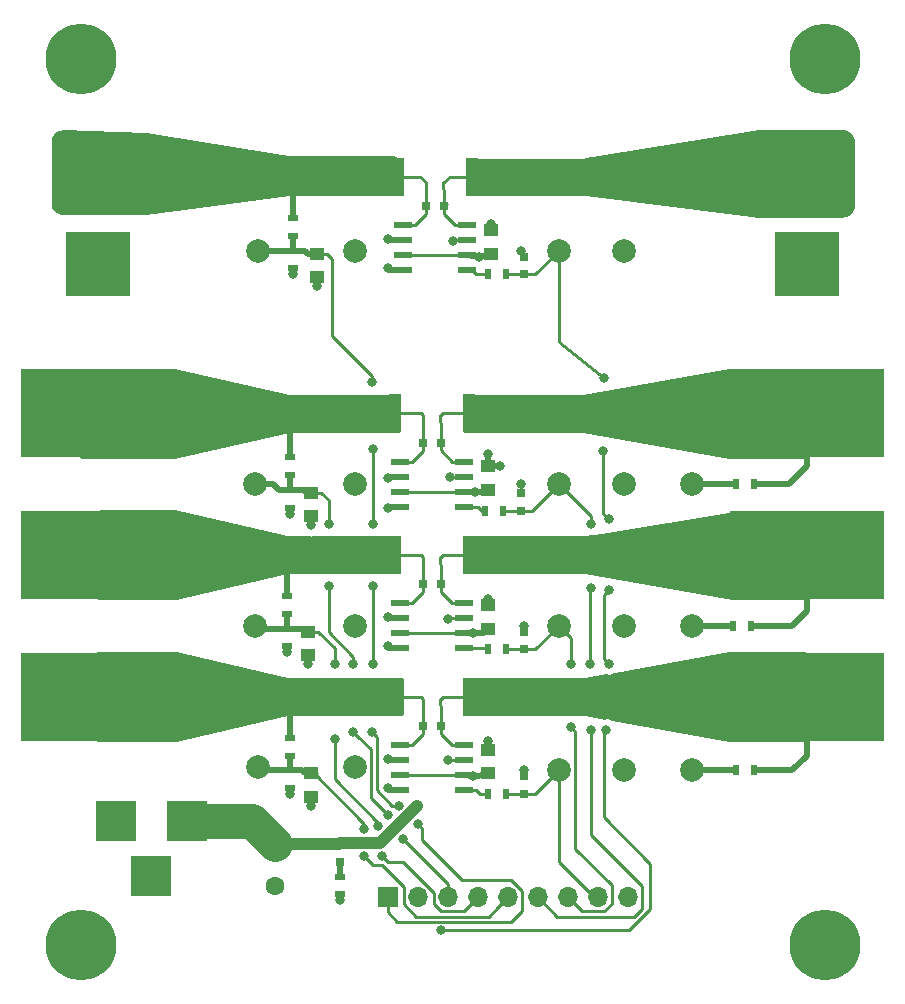
<source format=gtl>
G04 #@! TF.GenerationSoftware,KiCad,Pcbnew,(5.1.5)-3*
G04 #@! TF.CreationDate,2020-01-25T00:11:38-03:30*
G04 #@! TF.ProjectId,Power Sense PCB,506f7765-7220-4536-956e-736520504342,rev?*
G04 #@! TF.SameCoordinates,Original*
G04 #@! TF.FileFunction,Copper,L1,Top*
G04 #@! TF.FilePolarity,Positive*
%FSLAX46Y46*%
G04 Gerber Fmt 4.6, Leading zero omitted, Abs format (unit mm)*
G04 Created by KiCad (PCBNEW (5.1.5)-3) date 2020-01-25 00:11:38*
%MOMM*%
%LPD*%
G04 APERTURE LIST*
%ADD10C,0.100000*%
%ADD11C,0.250000*%
%ADD12R,1.250000X1.000000*%
%ADD13R,0.800000X0.750000*%
%ADD14R,0.750000X0.800000*%
%ADD15C,6.000000*%
%ADD16C,0.800000*%
%ADD17R,3.500000X3.500000*%
%ADD18C,5.516000*%
%ADD19R,5.516000X5.516000*%
%ADD20R,13.000000X7.500000*%
%ADD21R,0.900000X0.500000*%
%ADD22R,1.000000X3.200000*%
%ADD23R,0.500000X0.900000*%
%ADD24C,2.000000*%
%ADD25C,1.600000*%
%ADD26R,1.600000X1.600000*%
%ADD27R,0.800000X0.800000*%
%ADD28O,1.700000X1.700000*%
%ADD29R,1.700000X1.700000*%
%ADD30R,1.550000X0.600000*%
%ADD31C,0.500000*%
%ADD32C,0.250000*%
%ADD33C,3.000000*%
%ADD34C,1.000000*%
%ADD35C,0.254000*%
G04 APERTURE END LIST*
D10*
G36*
X89875000Y-56425000D02*
G01*
X89875000Y-57075000D01*
X89625000Y-57075000D01*
X89625000Y-56425000D01*
X89875000Y-56425000D01*
G37*
G36*
X91375000Y-56425000D02*
G01*
X91375000Y-57075000D01*
X91125000Y-57075000D01*
X91125000Y-56425000D01*
X91375000Y-56425000D01*
G37*
G36*
X89625000Y-76175000D02*
G01*
X89625000Y-76825000D01*
X89375000Y-76825000D01*
X89375000Y-76175000D01*
X89625000Y-76175000D01*
G37*
G36*
X91125000Y-76175000D02*
G01*
X91125000Y-76825000D01*
X90875000Y-76825000D01*
X90875000Y-76175000D01*
X91125000Y-76175000D01*
G37*
G36*
X89625000Y-88175000D02*
G01*
X89625000Y-88825000D01*
X89375000Y-88825000D01*
X89375000Y-88175000D01*
X89625000Y-88175000D01*
G37*
G36*
X91125000Y-88175000D02*
G01*
X91125000Y-88825000D01*
X90875000Y-88825000D01*
X90875000Y-88175000D01*
X91125000Y-88175000D01*
G37*
G36*
X89625000Y-100175000D02*
G01*
X89625000Y-100825000D01*
X89375000Y-100825000D01*
X89375000Y-100175000D01*
X89625000Y-100175000D01*
G37*
G36*
X91125000Y-100175000D02*
G01*
X91125000Y-100825000D01*
X90875000Y-100825000D01*
X90875000Y-100175000D01*
X91125000Y-100175000D01*
G37*
D11*
X89750000Y-57075000D03*
X89750000Y-56425000D03*
X91250000Y-57075000D03*
X91250000Y-56425000D03*
X89500000Y-76825000D03*
X89500000Y-76175000D03*
X91000000Y-76825000D03*
X91000000Y-76175000D03*
X89500000Y-88825000D03*
X89500000Y-88175000D03*
X91000000Y-88825000D03*
X91000000Y-88175000D03*
X89500000Y-100825000D03*
X89500000Y-100175000D03*
X91000000Y-100825000D03*
X91000000Y-100175000D03*
D12*
X80500000Y-62500000D03*
X80500000Y-64500000D03*
X80000000Y-84750000D03*
X80000000Y-82750000D03*
D13*
X91250000Y-58500000D03*
X89750000Y-58500000D03*
X89500000Y-78500000D03*
X91000000Y-78500000D03*
D14*
X98000000Y-64250000D03*
X98000000Y-62750000D03*
X97750000Y-82750000D03*
X97750000Y-84250000D03*
D12*
X95250000Y-60500000D03*
X95250000Y-62500000D03*
D13*
X89500000Y-90500000D03*
X91000000Y-90500000D03*
D14*
X98000000Y-94500000D03*
X98000000Y-96000000D03*
D12*
X95000000Y-80500000D03*
X95000000Y-82500000D03*
D13*
X91000000Y-102500000D03*
X89500000Y-102500000D03*
D14*
X98000000Y-108250000D03*
X98000000Y-106750000D03*
D12*
X95000000Y-94250000D03*
X95000000Y-92250000D03*
X95000000Y-104500000D03*
X95000000Y-106500000D03*
X79750000Y-94500000D03*
X79750000Y-96500000D03*
X80000000Y-106500000D03*
X80000000Y-108500000D03*
D15*
X60500000Y-121000000D03*
D16*
X62750000Y-121000000D03*
X62090990Y-122590990D03*
X60500000Y-123250000D03*
X58909010Y-122590990D03*
X58250000Y-121000000D03*
X58909010Y-119409010D03*
X60500000Y-118750000D03*
X62090990Y-119409010D03*
X125090990Y-44409010D03*
X123500000Y-43750000D03*
X121909010Y-44409010D03*
X121250000Y-46000000D03*
X121909010Y-47590990D03*
X123500000Y-48250000D03*
X125090990Y-47590990D03*
X125750000Y-46000000D03*
D15*
X123500000Y-46000000D03*
D16*
X62090990Y-44409010D03*
X60500000Y-43750000D03*
X58909010Y-44409010D03*
X58250000Y-46000000D03*
X58909010Y-47590990D03*
X60500000Y-48250000D03*
X62090990Y-47590990D03*
X62750000Y-46000000D03*
D15*
X60500000Y-46000000D03*
X123500000Y-121000000D03*
D16*
X125750000Y-121000000D03*
X125090990Y-122590990D03*
X123500000Y-123250000D03*
X121909010Y-122590990D03*
X121250000Y-121000000D03*
X121909010Y-119409010D03*
X123500000Y-118750000D03*
X125090990Y-119409010D03*
D17*
X66500000Y-115200000D03*
X63500000Y-110500000D03*
X69500000Y-110500000D03*
D18*
X62000000Y-56150000D03*
D19*
X62000000Y-63350000D03*
X122000000Y-63350000D03*
D18*
X122000000Y-56150000D03*
D20*
X62000000Y-76000000D03*
X122000000Y-76000000D03*
X62000000Y-88000000D03*
X122000000Y-88000000D03*
X62000000Y-100000000D03*
X122000000Y-100000000D03*
D21*
X78500000Y-63750000D03*
X78500000Y-62250000D03*
X78250000Y-82500000D03*
X78250000Y-84000000D03*
D22*
X93600000Y-56000000D03*
X87400000Y-56000000D03*
X87150000Y-76000000D03*
X93350000Y-76000000D03*
D23*
X95000000Y-64250000D03*
X96500000Y-64250000D03*
X96250000Y-84250000D03*
X94750000Y-84250000D03*
D21*
X78250000Y-79750000D03*
X78250000Y-81250000D03*
D23*
X117500000Y-82000000D03*
X116000000Y-82000000D03*
X115750000Y-94000000D03*
X117250000Y-94000000D03*
D22*
X93350000Y-88000000D03*
X87150000Y-88000000D03*
D23*
X117500000Y-106250000D03*
X116000000Y-106250000D03*
X95000000Y-96000000D03*
X96500000Y-96000000D03*
D21*
X78000000Y-95750000D03*
X78000000Y-94250000D03*
D22*
X87150000Y-100000000D03*
X93350000Y-100000000D03*
D23*
X95000000Y-108250000D03*
X96500000Y-108250000D03*
D21*
X78000000Y-91500000D03*
X78000000Y-93000000D03*
X78250000Y-106250000D03*
X78250000Y-107750000D03*
X78250000Y-103500000D03*
X78250000Y-105000000D03*
X78500000Y-61000000D03*
X78500000Y-59500000D03*
D24*
X75500000Y-62250000D03*
X83750000Y-62250000D03*
X75250000Y-82000000D03*
X83750000Y-82000000D03*
X101000000Y-62250000D03*
X101000000Y-82000000D03*
X75500000Y-56000000D03*
X106500000Y-62250000D03*
X75250000Y-94000000D03*
X106500000Y-82000000D03*
X112250000Y-82000000D03*
X112250000Y-106250000D03*
X112250000Y-94000000D03*
X101000000Y-94000000D03*
X83750000Y-94000000D03*
X75500000Y-106000000D03*
X106500000Y-94000000D03*
X101000000Y-106250000D03*
X83750000Y-106000000D03*
X112250000Y-76000000D03*
X112250000Y-88000000D03*
X112250000Y-100000000D03*
X106500000Y-106250000D03*
D25*
X77000000Y-116000000D03*
D26*
X77000000Y-112500000D03*
D27*
X82500000Y-114000000D03*
X82500000Y-112400000D03*
D21*
X82500000Y-116750000D03*
X82500000Y-115250000D03*
D28*
X106820000Y-117000000D03*
X104280000Y-117000000D03*
X101740000Y-117000000D03*
X99200000Y-117000000D03*
X96660000Y-117000000D03*
X94120000Y-117000000D03*
X91580000Y-117000000D03*
X89040000Y-117000000D03*
D29*
X86500000Y-117000000D03*
D30*
X93200000Y-60095000D03*
X93200000Y-61365000D03*
X93200000Y-62635000D03*
X93200000Y-63905000D03*
X87800000Y-63905000D03*
X87800000Y-62635000D03*
X87800000Y-61365000D03*
X87800000Y-60095000D03*
X87550000Y-80095000D03*
X87550000Y-81365000D03*
X87550000Y-82635000D03*
X87550000Y-83905000D03*
X92950000Y-83905000D03*
X92950000Y-82635000D03*
X92950000Y-81365000D03*
X92950000Y-80095000D03*
X87550000Y-92095000D03*
X87550000Y-93365000D03*
X87550000Y-94635000D03*
X87550000Y-95905000D03*
X92950000Y-95905000D03*
X92950000Y-94635000D03*
X92950000Y-93365000D03*
X92950000Y-92095000D03*
X92950000Y-104095000D03*
X92950000Y-105365000D03*
X92950000Y-106635000D03*
X92950000Y-107905000D03*
X87550000Y-107905000D03*
X87550000Y-106635000D03*
X87550000Y-105365000D03*
X87550000Y-104095000D03*
D16*
X87472182Y-109222182D03*
X89027818Y-110777818D03*
X85250004Y-85400000D03*
X85250000Y-90600000D03*
X85250006Y-79000000D03*
X85200000Y-73400000D03*
X85250000Y-97200000D03*
X85199996Y-103000000D03*
X97750000Y-82000000D03*
X96000000Y-80500000D03*
X95000000Y-79500000D03*
X86500000Y-81500000D03*
X86500000Y-84000000D03*
X78250000Y-84500000D03*
X80000000Y-85500000D03*
X95250000Y-60000000D03*
X86500000Y-61250000D03*
X86500000Y-63750000D03*
X97750000Y-62250000D03*
X78500000Y-64250000D03*
X80500000Y-65250000D03*
X86500000Y-105250000D03*
X86500000Y-107750000D03*
X95000000Y-103750000D03*
X98000000Y-94000000D03*
X86500000Y-93250000D03*
X86500000Y-95750000D03*
X95000000Y-91750000D03*
X98000000Y-106250000D03*
X78250000Y-108250000D03*
X80000000Y-109250000D03*
X82500000Y-117250000D03*
X78000000Y-96250000D03*
X79750000Y-97250000D03*
X92000000Y-61400000D03*
X91800000Y-81400000D03*
X91600000Y-93400000D03*
X91600000Y-105400000D03*
X86500000Y-110000000D03*
X87777818Y-112027818D03*
X81500000Y-85400000D03*
X81500000Y-90600000D03*
X83600000Y-103000000D03*
X83599994Y-97200000D03*
X91000000Y-119800021D03*
X104800000Y-73000000D03*
X104750000Y-79200000D03*
X105200000Y-85000000D03*
X105200000Y-91000000D03*
X105000000Y-102800000D03*
X105200000Y-97200000D03*
X103750000Y-85400000D03*
X103750000Y-90800000D03*
X103750000Y-102800000D03*
X103600000Y-97200000D03*
X89000000Y-109250000D03*
X93750000Y-106750000D03*
X93750000Y-94635000D03*
X93885000Y-82635000D03*
X94250000Y-62750000D03*
X102000000Y-102600000D03*
X102000000Y-97200000D03*
X86000000Y-113500000D03*
X82000000Y-103600000D03*
X85701761Y-110992603D03*
X82000000Y-97200000D03*
X84500000Y-111250000D03*
X84500000Y-113500000D03*
D31*
X78500000Y-61000000D02*
X78500000Y-62250000D01*
X80500000Y-62500000D02*
X79750000Y-62500000D01*
X79500000Y-62250000D02*
X78500000Y-62250000D01*
X79750000Y-62500000D02*
X79500000Y-62250000D01*
X78500000Y-62250000D02*
X75500000Y-62250000D01*
D32*
X89027818Y-110777818D02*
X89427817Y-111177817D01*
X89427817Y-111177817D02*
X89427817Y-112177817D01*
X89427817Y-112177817D02*
X92750000Y-115500000D01*
X97835001Y-116435999D02*
X97835001Y-118164999D01*
X92750000Y-115500000D02*
X96899002Y-115500000D01*
X96899002Y-115500000D02*
X97835001Y-116435999D01*
X96924979Y-119075021D02*
X87325021Y-119075021D01*
X97835001Y-118164999D02*
X96924979Y-119075021D01*
X86500000Y-118250000D02*
X86500000Y-117000000D01*
X87325021Y-119075021D02*
X86500000Y-118250000D01*
X85250004Y-85400000D02*
X85250004Y-79000002D01*
X85250004Y-79000002D02*
X85250006Y-79000000D01*
X85200000Y-72834315D02*
X85200000Y-73400000D01*
X81800000Y-69434315D02*
X85200000Y-72834315D01*
X81800000Y-62925000D02*
X81800000Y-69434315D01*
X80500000Y-62500000D02*
X81375000Y-62500000D01*
X81375000Y-62500000D02*
X81800000Y-62925000D01*
X85250000Y-90600000D02*
X85250000Y-97200000D01*
X85599995Y-107922997D02*
X85599995Y-103399999D01*
X85599995Y-103399999D02*
X85199996Y-103000000D01*
X87472182Y-109222182D02*
X86899180Y-109222182D01*
X86899180Y-109222182D02*
X85599995Y-107922997D01*
X97750000Y-82750000D02*
X97750000Y-82000000D01*
D31*
X95000000Y-80500000D02*
X96000000Y-80500000D01*
X95000000Y-80500000D02*
X95000000Y-79500000D01*
D32*
X87550000Y-81365000D02*
X86635000Y-81365000D01*
X86635000Y-81365000D02*
X86500000Y-81500000D01*
X87550000Y-83905000D02*
X86595000Y-83905000D01*
X86595000Y-83905000D02*
X86500000Y-84000000D01*
D31*
X78250000Y-84000000D02*
X78250000Y-84500000D01*
X80000000Y-84750000D02*
X80000000Y-85500000D01*
X95250000Y-60500000D02*
X95250000Y-60000000D01*
X87800000Y-61365000D02*
X86615000Y-61365000D01*
X86615000Y-61365000D02*
X86500000Y-61250000D01*
X87800000Y-63905000D02*
X86655000Y-63905000D01*
X86655000Y-63905000D02*
X86500000Y-63750000D01*
D32*
X98000000Y-62750000D02*
X98000000Y-62500000D01*
X98000000Y-62500000D02*
X97750000Y-62250000D01*
D31*
X78500000Y-63750000D02*
X78500000Y-64250000D01*
X80500000Y-64500000D02*
X80500000Y-65250000D01*
X87550000Y-105365000D02*
X86615000Y-105365000D01*
X86615000Y-105365000D02*
X86500000Y-105250000D01*
X87550000Y-107905000D02*
X86655000Y-107905000D01*
X86655000Y-107905000D02*
X86500000Y-107750000D01*
X95000000Y-104500000D02*
X95000000Y-103750000D01*
D32*
X98000000Y-94500000D02*
X98000000Y-94000000D01*
D31*
X87550000Y-93365000D02*
X86615000Y-93365000D01*
X86615000Y-93365000D02*
X86500000Y-93250000D01*
X87550000Y-95905000D02*
X86655000Y-95905000D01*
X86655000Y-95905000D02*
X86500000Y-95750000D01*
X95000000Y-92250000D02*
X95000000Y-91750000D01*
D32*
X98000000Y-106750000D02*
X98000000Y-106250000D01*
D31*
X78250000Y-107750000D02*
X78250000Y-108250000D01*
X80000000Y-108500000D02*
X80000000Y-109250000D01*
X82500000Y-116750000D02*
X82500000Y-117250000D01*
X78000000Y-95750000D02*
X78000000Y-96250000D01*
X79750000Y-96500000D02*
X79750000Y-97250000D01*
D32*
X93200000Y-61365000D02*
X92035000Y-61365000D01*
X92035000Y-61365000D02*
X92000000Y-61400000D01*
X92950000Y-81365000D02*
X91835000Y-81365000D01*
X91835000Y-81365000D02*
X91800000Y-81400000D01*
X92950000Y-93365000D02*
X91635000Y-93365000D01*
X91635000Y-93365000D02*
X91600000Y-93400000D01*
X92950000Y-105365000D02*
X91635000Y-105365000D01*
X91635000Y-105365000D02*
X91600000Y-105400000D01*
D31*
X78250000Y-81250000D02*
X78250000Y-82500000D01*
X79250000Y-82500000D02*
X78250000Y-82500000D01*
X80000000Y-82750000D02*
X79250000Y-82500000D01*
X77300000Y-82500000D02*
X76800000Y-82000000D01*
X78250000Y-82500000D02*
X77300000Y-82500000D01*
X76800000Y-82000000D02*
X75250000Y-82000000D01*
D32*
X87777818Y-112027818D02*
X88750000Y-113000000D01*
X91580000Y-115830000D02*
X87777818Y-112027818D01*
X91580000Y-117000000D02*
X91580000Y-115830000D01*
X81500000Y-83375000D02*
X81500000Y-84834315D01*
X81500000Y-84834315D02*
X81500000Y-85400000D01*
X80000000Y-82750000D02*
X80875000Y-82750000D01*
X80875000Y-82750000D02*
X81500000Y-83375000D01*
X86500000Y-110000000D02*
X85075001Y-108575001D01*
X85075001Y-108575001D02*
X85075001Y-104475001D01*
X85075001Y-104475001D02*
X83999999Y-103399999D01*
X83999999Y-103399999D02*
X83600000Y-103000000D01*
X83599994Y-96634315D02*
X83599994Y-97200000D01*
X81500000Y-94534321D02*
X83599994Y-96634315D01*
X81500000Y-90600000D02*
X81500000Y-94534321D01*
X91500000Y-58250000D02*
X91250000Y-58500000D01*
X91250000Y-57075000D02*
X91250000Y-58500000D01*
X92220000Y-60095000D02*
X93200000Y-60095000D01*
X91250000Y-59125000D02*
X92220000Y-60095000D01*
X91250000Y-58500000D02*
X91250000Y-59125000D01*
X89500000Y-58250000D02*
X89750000Y-58500000D01*
X88780000Y-60095000D02*
X87800000Y-60095000D01*
X89750000Y-59125000D02*
X88780000Y-60095000D01*
X89750000Y-58500000D02*
X89750000Y-59125000D01*
X89750000Y-58500000D02*
X89750000Y-57075000D01*
X89500000Y-78500000D02*
X89500000Y-76825000D01*
X89500000Y-79170000D02*
X89500000Y-79125000D01*
X88575000Y-80095000D02*
X89500000Y-79170000D01*
X89500000Y-79125000D02*
X89500000Y-78500000D01*
X87550000Y-80095000D02*
X88575000Y-80095000D01*
X91000000Y-78500000D02*
X91000000Y-76825000D01*
X91970000Y-80095000D02*
X92950000Y-80095000D01*
X91000000Y-79125000D02*
X91970000Y-80095000D01*
X91000000Y-78500000D02*
X91000000Y-79125000D01*
X96500000Y-64250000D02*
X98000000Y-64250000D01*
X99000000Y-64250000D02*
X101000000Y-62250000D01*
X98000000Y-64250000D02*
X99000000Y-64250000D01*
X101000000Y-70000000D02*
X101000000Y-62250000D01*
X104800000Y-73000000D02*
X101000000Y-70000000D01*
X104750000Y-79200000D02*
X104750000Y-84550000D01*
X104750000Y-84550000D02*
X105200000Y-85000000D01*
X104800000Y-103000000D02*
X105000000Y-102800000D01*
X108750000Y-114150000D02*
X104800000Y-110200000D01*
X106949979Y-119800021D02*
X108750000Y-118000000D01*
X108750000Y-118000000D02*
X108750000Y-114150000D01*
X91000000Y-119800021D02*
X106949979Y-119800021D01*
X104800000Y-110200000D02*
X104800000Y-103000000D01*
X105200000Y-91000000D02*
X104800001Y-91399999D01*
X104800001Y-91399999D02*
X104800001Y-96800001D01*
X104800001Y-96800001D02*
X105200000Y-97200000D01*
X96250000Y-84250000D02*
X97750000Y-84250000D01*
X98750000Y-84250000D02*
X101000000Y-82000000D01*
X97750000Y-84250000D02*
X98750000Y-84250000D01*
X103750000Y-84750000D02*
X101000000Y-82000000D01*
X103750000Y-85400000D02*
X103750000Y-84750000D01*
X107374989Y-118625011D02*
X107995001Y-118004999D01*
X100825011Y-118625011D02*
X107374989Y-118625011D01*
X103750000Y-111750000D02*
X103750000Y-103365685D01*
X107995001Y-115995001D02*
X103750000Y-111750000D01*
X107995001Y-118004999D02*
X107995001Y-115995001D01*
X103750000Y-103365685D02*
X103750000Y-102800000D01*
X99200000Y-117000000D02*
X100825011Y-118625011D01*
X103600000Y-90950000D02*
X103600000Y-97200000D01*
X103750000Y-90800000D02*
X103600000Y-90950000D01*
D31*
X94865000Y-82635000D02*
X95000000Y-82500000D01*
X95115000Y-62635000D02*
X95250000Y-62500000D01*
X94865000Y-106635000D02*
X95000000Y-106500000D01*
D33*
X75000000Y-110500000D02*
X77000000Y-112500000D01*
X69500000Y-110500000D02*
X75000000Y-110500000D01*
D34*
X82400000Y-112500000D02*
X82500000Y-112400000D01*
X77000000Y-112500000D02*
X82400000Y-112500000D01*
X82500000Y-112400000D02*
X85850000Y-112400000D01*
X85850000Y-112400000D02*
X89000000Y-109250000D01*
D31*
X92950000Y-106635000D02*
X93750000Y-106750000D01*
X93750000Y-106750000D02*
X94865000Y-106635000D01*
X93750000Y-94635000D02*
X94615000Y-94635000D01*
X94615000Y-94635000D02*
X95000000Y-94250000D01*
X92950000Y-82635000D02*
X93885000Y-82635000D01*
X93885000Y-82635000D02*
X94865000Y-82635000D01*
X93200000Y-62635000D02*
X94250000Y-62750000D01*
X94250000Y-62750000D02*
X95115000Y-62635000D01*
D32*
X92950000Y-94635000D02*
X93750000Y-94635000D01*
X93200000Y-62635000D02*
X87800000Y-62635000D01*
X91925000Y-82635000D02*
X87550000Y-82635000D01*
X92950000Y-82635000D02*
X91925000Y-82635000D01*
X88575000Y-94635000D02*
X92950000Y-94635000D01*
X87550000Y-94635000D02*
X88575000Y-94635000D01*
X88575000Y-106635000D02*
X92950000Y-106635000D01*
X87550000Y-106635000D02*
X88575000Y-106635000D01*
X89500000Y-88825000D02*
X89500000Y-90500000D01*
X88530000Y-92095000D02*
X87550000Y-92095000D01*
X89500000Y-91125000D02*
X88530000Y-92095000D01*
X89500000Y-90500000D02*
X89500000Y-91125000D01*
X91000000Y-90500000D02*
X91000000Y-88825000D01*
X91000000Y-91125000D02*
X91970000Y-92095000D01*
X91970000Y-92095000D02*
X92950000Y-92095000D01*
X91000000Y-90500000D02*
X91000000Y-91125000D01*
X96500000Y-96000000D02*
X98000000Y-96000000D01*
X99000000Y-96000000D02*
X101000000Y-94000000D01*
X98000000Y-96000000D02*
X99000000Y-96000000D01*
X105455001Y-117564001D02*
X105455001Y-115955001D01*
X102399999Y-112899999D02*
X102399999Y-102999999D01*
X101740000Y-117000000D02*
X102915001Y-118175001D01*
X105455001Y-115955001D02*
X102399999Y-112899999D01*
X104844001Y-118175001D02*
X105455001Y-117564001D01*
X102915001Y-118175001D02*
X104844001Y-118175001D01*
X102399999Y-102999999D02*
X102000000Y-102600000D01*
X102000000Y-95000000D02*
X102000000Y-97200000D01*
X101000000Y-94000000D02*
X102000000Y-95000000D01*
X91000000Y-102500000D02*
X91000000Y-100825000D01*
X91970000Y-104095000D02*
X92950000Y-104095000D01*
X91000000Y-103125000D02*
X91970000Y-104095000D01*
X91000000Y-102500000D02*
X91000000Y-103125000D01*
X89500000Y-100825000D02*
X89500000Y-102500000D01*
X88530000Y-104095000D02*
X87550000Y-104095000D01*
X89500000Y-103125000D02*
X88530000Y-104095000D01*
X89500000Y-102500000D02*
X89500000Y-103125000D01*
X96500000Y-108250000D02*
X98000000Y-108250000D01*
X99000000Y-108250000D02*
X101000000Y-106250000D01*
X98000000Y-108250000D02*
X99000000Y-108250000D01*
X104000000Y-117000000D02*
X104280000Y-117000000D01*
X101000000Y-106250000D02*
X101000000Y-114000000D01*
X101000000Y-114000000D02*
X104000000Y-117000000D01*
D31*
X78000000Y-93000000D02*
X78000000Y-94250000D01*
X75500000Y-94250000D02*
X75250000Y-94000000D01*
X78000000Y-94250000D02*
X75500000Y-94250000D01*
X79500000Y-94250000D02*
X79750000Y-94500000D01*
X78000000Y-94250000D02*
X79500000Y-94250000D01*
D32*
X86000000Y-113500000D02*
X86500000Y-114000000D01*
X92944999Y-118175001D02*
X93270001Y-117849999D01*
X91015999Y-118175001D02*
X92944999Y-118175001D01*
X90404999Y-117564001D02*
X91015999Y-118175001D01*
X93270001Y-117849999D02*
X94120000Y-117000000D01*
X90404999Y-116625997D02*
X90404999Y-117564001D01*
X87779002Y-114000000D02*
X90404999Y-116625997D01*
X86500000Y-114000000D02*
X87779002Y-114000000D01*
X79750000Y-94500000D02*
X80625000Y-94500000D01*
X80625000Y-94500000D02*
X82000000Y-95875000D01*
X82000000Y-95875000D02*
X82000000Y-97200000D01*
X85701761Y-110701761D02*
X85701761Y-110992603D01*
X82000000Y-103600000D02*
X82000000Y-107000000D01*
X82000000Y-107000000D02*
X85701761Y-110701761D01*
D31*
X78250000Y-105000000D02*
X78250000Y-106250000D01*
X75750000Y-106250000D02*
X75500000Y-106000000D01*
X78250000Y-106250000D02*
X75750000Y-106250000D01*
X80000000Y-106500000D02*
X79500000Y-106500000D01*
X79250000Y-106250000D02*
X78250000Y-106250000D01*
X79500000Y-106500000D02*
X79250000Y-106250000D01*
D32*
X84500000Y-113500000D02*
X85250000Y-114250000D01*
X80000000Y-106500000D02*
X80500000Y-106500000D01*
X80250000Y-106500000D02*
X80000000Y-106500000D01*
X84500000Y-111250000D02*
X84500000Y-110750000D01*
X84500000Y-110750000D02*
X80250000Y-106500000D01*
X95810001Y-117849999D02*
X96660000Y-117000000D01*
X88926009Y-118625011D02*
X95034989Y-118625011D01*
X95034989Y-118625011D02*
X95810001Y-117849999D01*
X87864999Y-117564001D02*
X88926009Y-118625011D01*
X86035002Y-114250000D02*
X87864999Y-116079997D01*
X87864999Y-116079997D02*
X87864999Y-117564001D01*
X85250000Y-114250000D02*
X86035002Y-114250000D01*
D33*
X62150000Y-56000000D02*
X62000000Y-56150000D01*
D32*
X89250000Y-56000000D02*
X87400000Y-56000000D01*
X89750000Y-56425000D02*
X89250000Y-56000000D01*
D31*
X78500000Y-59500000D02*
X78500000Y-56000000D01*
D32*
X91750000Y-56000000D02*
X93600000Y-56000000D01*
X91250000Y-56425000D02*
X91750000Y-56000000D01*
D31*
X78250000Y-79000000D02*
X78250000Y-76000000D01*
X78250000Y-79750000D02*
X78250000Y-79000000D01*
D32*
X89500000Y-76175000D02*
X89325000Y-76000000D01*
X89325000Y-76000000D02*
X87150000Y-76000000D01*
D31*
X117500000Y-82000000D02*
X120500000Y-82000000D01*
X122000000Y-80500000D02*
X122000000Y-76000000D01*
X120500000Y-82000000D02*
X122000000Y-80500000D01*
D32*
X91000000Y-76175000D02*
X91175000Y-76000000D01*
X91175000Y-76000000D02*
X93350000Y-76000000D01*
X89500000Y-88175000D02*
X89325000Y-88000000D01*
X89325000Y-88000000D02*
X87150000Y-88000000D01*
D31*
X78000000Y-91500000D02*
X78000000Y-88000000D01*
X117250000Y-94000000D02*
X120750000Y-94000000D01*
X122000000Y-92750000D02*
X122000000Y-88000000D01*
X120750000Y-94000000D02*
X122000000Y-92750000D01*
D32*
X91000000Y-88175000D02*
X91175000Y-88000000D01*
X91175000Y-88000000D02*
X93350000Y-88000000D01*
X89500000Y-100175000D02*
X89325000Y-100000000D01*
X89325000Y-100000000D02*
X87150000Y-100000000D01*
D31*
X78250000Y-103500000D02*
X78250000Y-100000000D01*
X117500000Y-106250000D02*
X120750000Y-106250000D01*
X122000000Y-105000000D02*
X122000000Y-100000000D01*
X120750000Y-106250000D02*
X122000000Y-105000000D01*
D32*
X91000000Y-100175000D02*
X91175000Y-100000000D01*
X91175000Y-100000000D02*
X93350000Y-100000000D01*
X93200000Y-63905000D02*
X93655000Y-63905000D01*
X94000000Y-64250000D02*
X95000000Y-64250000D01*
X93655000Y-63905000D02*
X94000000Y-64250000D01*
X94750000Y-84250000D02*
X94500000Y-84250000D01*
X94155000Y-83905000D02*
X92950000Y-83905000D01*
X94500000Y-84250000D02*
X94155000Y-83905000D01*
D31*
X112250000Y-82000000D02*
X116000000Y-82000000D01*
X112250000Y-94000000D02*
X115750000Y-94000000D01*
X112250000Y-106250000D02*
X116000000Y-106250000D01*
D32*
X94905000Y-95905000D02*
X95000000Y-96000000D01*
X92950000Y-95905000D02*
X94905000Y-95905000D01*
X94320000Y-108250000D02*
X95000000Y-108250000D01*
X92950000Y-107905000D02*
X93975000Y-107905000D01*
X93975000Y-107905000D02*
X94320000Y-108250000D01*
D31*
X82500000Y-114000000D02*
X82500000Y-115250000D01*
D35*
G36*
X77971631Y-86523791D02*
G01*
X78000000Y-86527000D01*
X79857842Y-86527000D01*
X79898061Y-86535000D01*
X80101939Y-86535000D01*
X80142158Y-86527000D01*
X87473000Y-86527000D01*
X87473000Y-89473000D01*
X78000000Y-89473000D01*
X77971059Y-89476342D01*
X68585338Y-91673000D01*
X61930386Y-91673000D01*
X62123702Y-84327000D01*
X68385634Y-84327000D01*
X77971631Y-86523791D01*
G37*
X77971631Y-86523791D02*
X78000000Y-86527000D01*
X79857842Y-86527000D01*
X79898061Y-86535000D01*
X80101939Y-86535000D01*
X80142158Y-86527000D01*
X87473000Y-86527000D01*
X87473000Y-89473000D01*
X78000000Y-89473000D01*
X77971059Y-89476342D01*
X68585338Y-91673000D01*
X61930386Y-91673000D01*
X62123702Y-84327000D01*
X68385634Y-84327000D01*
X77971631Y-86523791D01*
G36*
X78172182Y-74523916D02*
G01*
X78200000Y-74527000D01*
X87473000Y-74527000D01*
X87473000Y-77473000D01*
X78200000Y-77473000D01*
X78172182Y-77476084D01*
X68385920Y-79673000D01*
X60527000Y-79673000D01*
X60527000Y-72327000D01*
X68385920Y-72327000D01*
X78172182Y-74523916D01*
G37*
X78172182Y-74523916D02*
X78200000Y-74527000D01*
X87473000Y-74527000D01*
X87473000Y-77473000D01*
X78200000Y-77473000D01*
X78172182Y-77476084D01*
X68385920Y-79673000D01*
X60527000Y-79673000D01*
X60527000Y-72327000D01*
X68385920Y-72327000D01*
X78172182Y-74523916D01*
G36*
X121873000Y-79673000D02*
G01*
X115411178Y-79673000D01*
X103022186Y-77474953D01*
X103000000Y-77473000D01*
X92927000Y-77473000D01*
X92927000Y-74527000D01*
X103000000Y-74527000D01*
X103022186Y-74525047D01*
X115411178Y-72327000D01*
X121873000Y-72327000D01*
X121873000Y-79673000D01*
G37*
X121873000Y-79673000D02*
X115411178Y-79673000D01*
X103022186Y-77474953D01*
X103000000Y-77473000D01*
X92927000Y-77473000D01*
X92927000Y-74527000D01*
X103000000Y-74527000D01*
X103022186Y-74525047D01*
X115411178Y-72327000D01*
X121873000Y-72327000D01*
X121873000Y-79673000D01*
G36*
X121873000Y-91673000D02*
G01*
X115611178Y-91673000D01*
X103222186Y-89474953D01*
X103200000Y-89473000D01*
X92927000Y-89473000D01*
X92927000Y-86527000D01*
X103200000Y-86527000D01*
X103220545Y-86525327D01*
X103771540Y-86435000D01*
X103851939Y-86435000D01*
X104051898Y-86395226D01*
X104076616Y-86384987D01*
X115412246Y-84526687D01*
X121873000Y-84330907D01*
X121873000Y-91673000D01*
G37*
X121873000Y-91673000D02*
X115611178Y-91673000D01*
X103222186Y-89474953D01*
X103200000Y-89473000D01*
X92927000Y-89473000D01*
X92927000Y-86527000D01*
X103200000Y-86527000D01*
X103220545Y-86525327D01*
X103771540Y-86435000D01*
X103851939Y-86435000D01*
X104051898Y-86395226D01*
X104076616Y-86384987D01*
X115412246Y-84526687D01*
X121873000Y-84330907D01*
X121873000Y-91673000D01*
G36*
X121873000Y-103673000D02*
G01*
X115411358Y-103673000D01*
X105492621Y-101884375D01*
X105490256Y-101882795D01*
X105301898Y-101804774D01*
X105101939Y-101765000D01*
X104898061Y-101765000D01*
X104865998Y-101771378D01*
X103222538Y-101475016D01*
X103200000Y-101473000D01*
X92927000Y-101473000D01*
X92927000Y-98527000D01*
X103200000Y-98527000D01*
X103222538Y-98524984D01*
X104970898Y-98209706D01*
X105098061Y-98235000D01*
X105301939Y-98235000D01*
X105501898Y-98195226D01*
X105690256Y-98117205D01*
X105766549Y-98066228D01*
X115411358Y-96327000D01*
X121873000Y-96327000D01*
X121873000Y-103673000D01*
G37*
X121873000Y-103673000D02*
X115411358Y-103673000D01*
X105492621Y-101884375D01*
X105490256Y-101882795D01*
X105301898Y-101804774D01*
X105101939Y-101765000D01*
X104898061Y-101765000D01*
X104865998Y-101771378D01*
X103222538Y-101475016D01*
X103200000Y-101473000D01*
X92927000Y-101473000D01*
X92927000Y-98527000D01*
X103200000Y-98527000D01*
X103222538Y-98524984D01*
X104970898Y-98209706D01*
X105098061Y-98235000D01*
X105301939Y-98235000D01*
X105501898Y-98195226D01*
X105690256Y-98117205D01*
X105766549Y-98066228D01*
X115411358Y-96327000D01*
X121873000Y-96327000D01*
X121873000Y-103673000D01*
G36*
X77971059Y-98523658D02*
G01*
X78000000Y-98527000D01*
X87673000Y-98527000D01*
X87673000Y-101473000D01*
X78000000Y-101473000D01*
X77971059Y-101476342D01*
X68585338Y-103673000D01*
X61927000Y-103673000D01*
X61927000Y-96327000D01*
X68585338Y-96327000D01*
X77971059Y-98523658D01*
G37*
X77971059Y-98523658D02*
X78000000Y-98527000D01*
X87673000Y-98527000D01*
X87673000Y-101473000D01*
X78000000Y-101473000D01*
X77971059Y-101476342D01*
X68585338Y-103673000D01*
X61927000Y-103673000D01*
X61927000Y-96327000D01*
X68585338Y-96327000D01*
X77971059Y-98523658D01*
G36*
X65923627Y-52325130D02*
G01*
X66051710Y-52337172D01*
X78099104Y-54312155D01*
X78109343Y-54313409D01*
X78271118Y-54326581D01*
X78281424Y-54327000D01*
X86793766Y-54327000D01*
X86970189Y-54344376D01*
X87133850Y-54394022D01*
X87284672Y-54474638D01*
X87416870Y-54583130D01*
X87525362Y-54715328D01*
X87605978Y-54866150D01*
X87655624Y-55029811D01*
X87673000Y-55206234D01*
X87673000Y-56593766D01*
X87655624Y-56770189D01*
X87605978Y-56933850D01*
X87525362Y-57084672D01*
X87416870Y-57216870D01*
X87284672Y-57325362D01*
X87133850Y-57405978D01*
X86970189Y-57455624D01*
X86793766Y-57473000D01*
X78265294Y-57473000D01*
X78257020Y-57473270D01*
X78126986Y-57481760D01*
X78118746Y-57482568D01*
X66052326Y-59065050D01*
X65930567Y-59073000D01*
X59006234Y-59073000D01*
X58829811Y-59055624D01*
X58666150Y-59005978D01*
X58515328Y-58925362D01*
X58383130Y-58816870D01*
X58274638Y-58684672D01*
X58194022Y-58533850D01*
X58144376Y-58370189D01*
X58127000Y-58193766D01*
X58127000Y-53031652D01*
X58144933Y-52852447D01*
X58196141Y-52686443D01*
X58279229Y-52533874D01*
X58390898Y-52400799D01*
X58526733Y-52292483D01*
X58681326Y-52213236D01*
X58848564Y-52166191D01*
X59028153Y-52152743D01*
X65923627Y-52325130D01*
G37*
X65923627Y-52325130D02*
X66051710Y-52337172D01*
X78099104Y-54312155D01*
X78109343Y-54313409D01*
X78271118Y-54326581D01*
X78281424Y-54327000D01*
X86793766Y-54327000D01*
X86970189Y-54344376D01*
X87133850Y-54394022D01*
X87284672Y-54474638D01*
X87416870Y-54583130D01*
X87525362Y-54715328D01*
X87605978Y-54866150D01*
X87655624Y-55029811D01*
X87673000Y-55206234D01*
X87673000Y-56593766D01*
X87655624Y-56770189D01*
X87605978Y-56933850D01*
X87525362Y-57084672D01*
X87416870Y-57216870D01*
X87284672Y-57325362D01*
X87133850Y-57405978D01*
X86970189Y-57455624D01*
X86793766Y-57473000D01*
X78265294Y-57473000D01*
X78257020Y-57473270D01*
X78126986Y-57481760D01*
X78118746Y-57482568D01*
X66052326Y-59065050D01*
X65930567Y-59073000D01*
X59006234Y-59073000D01*
X58829811Y-59055624D01*
X58666150Y-59005978D01*
X58515328Y-58925362D01*
X58383130Y-58816870D01*
X58274638Y-58684672D01*
X58194022Y-58533850D01*
X58144376Y-58370189D01*
X58127000Y-58193766D01*
X58127000Y-53031652D01*
X58144933Y-52852447D01*
X58196141Y-52686443D01*
X58279229Y-52533874D01*
X58390898Y-52400799D01*
X58526733Y-52292483D01*
X58681326Y-52213236D01*
X58848564Y-52166191D01*
X59028153Y-52152743D01*
X65923627Y-52325130D01*
G36*
X125170189Y-52144376D02*
G01*
X125333850Y-52194022D01*
X125484672Y-52274638D01*
X125616870Y-52383130D01*
X125725362Y-52515328D01*
X125805978Y-52666150D01*
X125855624Y-52829811D01*
X125873000Y-53006234D01*
X125873000Y-58393766D01*
X125855624Y-58570189D01*
X125805978Y-58733850D01*
X125725362Y-58884672D01*
X125616870Y-59016870D01*
X125484672Y-59125362D01*
X125333850Y-59205978D01*
X125170189Y-59255624D01*
X124993766Y-59273000D01*
X118064440Y-59273000D01*
X117951365Y-59266149D01*
X103275477Y-57481244D01*
X103267825Y-57480547D01*
X103147093Y-57473232D01*
X103139412Y-57473000D01*
X94206234Y-57473000D01*
X94029811Y-57455624D01*
X93866150Y-57405978D01*
X93715328Y-57325362D01*
X93583130Y-57216870D01*
X93474638Y-57084672D01*
X93394022Y-56933850D01*
X93344376Y-56770189D01*
X93327000Y-56593766D01*
X93327000Y-55406234D01*
X93344376Y-55229811D01*
X93394022Y-55066150D01*
X93474638Y-54915328D01*
X93583130Y-54783130D01*
X93715328Y-54674638D01*
X93866150Y-54594022D01*
X94029811Y-54544376D01*
X94206234Y-54527000D01*
X103119445Y-54527000D01*
X103129643Y-54526590D01*
X103289714Y-54513695D01*
X103299845Y-54512467D01*
X117935766Y-52139075D01*
X118085663Y-52127000D01*
X124993766Y-52127000D01*
X125170189Y-52144376D01*
G37*
X125170189Y-52144376D02*
X125333850Y-52194022D01*
X125484672Y-52274638D01*
X125616870Y-52383130D01*
X125725362Y-52515328D01*
X125805978Y-52666150D01*
X125855624Y-52829811D01*
X125873000Y-53006234D01*
X125873000Y-58393766D01*
X125855624Y-58570189D01*
X125805978Y-58733850D01*
X125725362Y-58884672D01*
X125616870Y-59016870D01*
X125484672Y-59125362D01*
X125333850Y-59205978D01*
X125170189Y-59255624D01*
X124993766Y-59273000D01*
X118064440Y-59273000D01*
X117951365Y-59266149D01*
X103275477Y-57481244D01*
X103267825Y-57480547D01*
X103147093Y-57473232D01*
X103139412Y-57473000D01*
X94206234Y-57473000D01*
X94029811Y-57455624D01*
X93866150Y-57405978D01*
X93715328Y-57325362D01*
X93583130Y-57216870D01*
X93474638Y-57084672D01*
X93394022Y-56933850D01*
X93344376Y-56770189D01*
X93327000Y-56593766D01*
X93327000Y-55406234D01*
X93344376Y-55229811D01*
X93394022Y-55066150D01*
X93474638Y-54915328D01*
X93583130Y-54783130D01*
X93715328Y-54674638D01*
X93866150Y-54594022D01*
X94029811Y-54544376D01*
X94206234Y-54527000D01*
X103119445Y-54527000D01*
X103129643Y-54526590D01*
X103289714Y-54513695D01*
X103299845Y-54512467D01*
X117935766Y-52139075D01*
X118085663Y-52127000D01*
X124993766Y-52127000D01*
X125170189Y-52144376D01*
M02*

</source>
